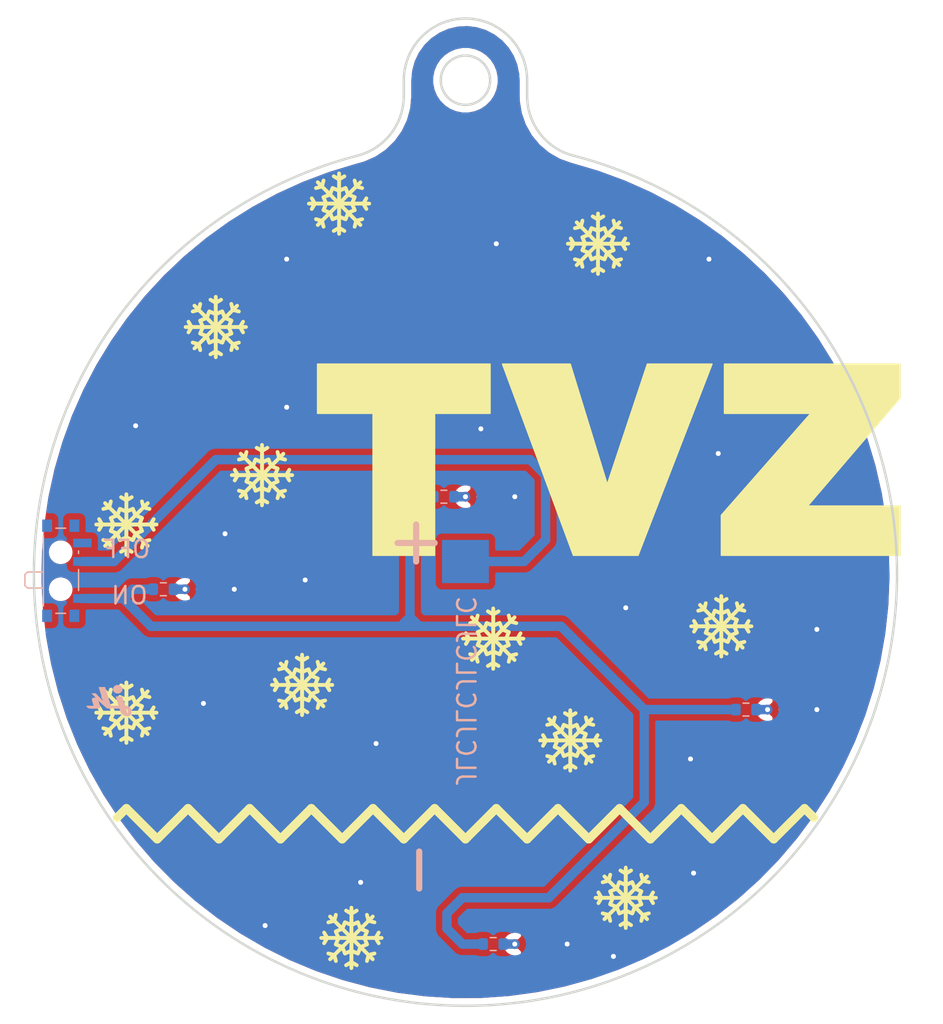
<source format=kicad_pcb>
(kicad_pcb (version 20171130) (host pcbnew "(5.1.10)-1")
  (layers (0 F.Cu signal) (31 B.Cu signal) (34 B.Paste user) (35 F.Paste user) (36 B.SilkS user) (37 F.SilkS user) (38 B.Mask user) (39 F.Mask user) (44 Edge.Cuts user))
  (net 0 "")
  (net 1 "Net-(SW1-Pad3)")
  (net 2 VCC)
  (net 3 GND)
  (net 4 "Net-(D6-Pad1)")
  (net 5 "Net-(D8-Pad1)")
  (net 6 "Net-(D12-Pad1)")
  (net 7 "Net-(R1-Pad1)")
  (net 8 "Net-(D7-Pad1)")
  (module TVZ_kuglica:logo (layer B.Cu) (at 108.05 110.2 180)
    (fp_text reference G*** hide)
    (fp_text value LOGO hide)
  )
  (module TVZ_kuglica:ukras1 (layer F.Cu) (at 116.75 80)
    (fp_text reference G*** hide)
    (fp_text value LOGO hide)
  )
  (module TVZ_kuglica:ukras2 (layer F.Cu) (at 144.25 78.75)
    (fp_text reference G*** hide)
    (fp_text value LOGO hide)
  )
  (module TVZ_kuglica:ukras1 (layer F.Cu) (at 150 126.25)
    (fp_text reference G*** hide)
    (fp_text value LOGO hide)
  )
  (module TVZ_kuglica:ukras1 (layer F.Cu) (at 127.75 129.5)
    (fp_text reference G*** hide)
    (fp_text value LOGO hide)
  )
  (module TVZ_kuglica:ukras1 (layer F.Cu) (at 147.75 73.25)
    (fp_text reference G*** hide)
    (fp_text value LOGO hide)
  )
  (module TVZ_kuglica:ukras3 (layer F.Cu) (at 137 68.75)
    (fp_text reference G*** hide)
    (fp_text value LOGO hide)
  )
  (module TVZ_kuglica:ukras1 (layer F.Cu) (at 145.5 113.5)
    (fp_text reference G*** hide)
    (fp_text value LOGO hide)
  )
  (module TVZ_kuglica:ukras1 (layer F.Cu) (at 157.75 104.25)
    (fp_text reference G*** hide)
    (fp_text value LOGO hide)
  )
  (module TVZ_kuglica:ukras1 (layer F.Cu) (at 139.25 105.25)
    (fp_text reference G*** hide)
    (fp_text value LOGO hide)
  )
  (module TVZ_kuglica:ukras1 (layer F.Cu) (at 123.75 109)
    (fp_text reference G*** hide)
    (fp_text value LOGO hide)
  )
  (module TVZ_kuglica:ukras1 (layer F.Cu) (at 109.5 111.25)
    (fp_text reference G*** hide)
    (fp_text value LOGO hide)
  )
  (module TVZ_kuglica:ukras1 (layer F.Cu) (at 120.5 92)
    (fp_text reference G*** hide)
    (fp_text value LOGO hide)
  )
  (module TVZ_kuglica:ukras1 (layer F.Cu) (at 109.5 96)
    (fp_text reference G*** hide)
    (fp_text value LOGO hide)
  )
  (module TVZ_kuglica:ukras1 (layer F.Cu) (at 126.75 70)
    (fp_text reference G*** hide)
    (fp_text value LOGO hide)
  )
  (module Button_Switch_SMD:SW_SPDT_PCM12 (layer B.Cu) (at 104.5 99.75 90)
    (fp_text reference SW1 hide)
    (fp_text value SW_SPDT)
    (pad "" np_thru_hole circle (at -1.5 -0.33 90) (size 0.9 0.9) (drill 0.9) (layers *.Cu *.Mask))
    (pad "" np_thru_hole circle (at 1.5 -0.33 90) (size 0.9 0.9) (drill 0.9) (layers *.Cu *.Mask))
    (pad 1 smd rect (at -2.25 1.43 90) (size 0.7 1.5) (layers B.Cu B.Paste B.Mask) (net 7 "Net-(R1-Pad1)"))
    (pad 2 smd rect (at 0.75 1.43 90) (size 0.7 1.5) (layers B.Cu B.Paste B.Mask) (net 2 VCC))
    (pad 3 smd rect (at 2.25 1.43 90) (size 0.7 1.5) (layers B.Cu B.Paste B.Mask) (net 1 "Net-(SW1-Pad3)"))
    (pad "" smd rect (at -3.65 -1.43 90) (size 1 0.8) (layers B.Cu B.Paste B.Mask))
    (pad "" smd rect (at 3.65 -1.43 90) (size 1 0.8) (layers B.Cu B.Paste B.Mask))
    (pad "" smd rect (at 3.65 0.78 90) (size 1 0.8) (layers B.Cu B.Paste B.Mask))
    (pad "" smd rect (at -3.65 0.78 90) (size 1 0.8) (layers B.Cu B.Paste B.Mask))
  )
  (module TVZ_kuglica:LED-0807 (layer F.Cu) (at 116.25 101.25)
    (fp_text reference D6 hide)
    (fp_text value RGB)
    (pad 2 smd rect (at 1.05 0.625) (size 1.1 0.75) (layers F.Cu F.Paste F.Mask) (net 3 GND))
    (pad 1 smd rect (at -1.05 0.625) (size 1.1 0.75) (layers F.Cu F.Paste F.Mask) (net 4 "Net-(D6-Pad1)"))
    (pad 2 smd rect (at 1.05 -0.625) (size 1.1 0.75) (layers F.Cu F.Paste F.Mask) (net 3 GND))
    (pad 1 smd rect (at -1.05 -0.625) (size 1.1 0.75) (layers F.Cu F.Paste F.Mask) (net 4 "Net-(D6-Pad1)"))
  )
  (module TVZ_kuglica:LED-0807 (layer F.Cu) (at 163.5 111)
    (fp_text reference D8 hide)
    (fp_text value RGB)
    (pad 2 smd rect (at 1.05 0.625) (size 1.1 0.75) (layers F.Cu F.Paste F.Mask) (net 3 GND))
    (pad 1 smd rect (at -1.05 0.625) (size 1.1 0.75) (layers F.Cu F.Paste F.Mask) (net 5 "Net-(D8-Pad1)"))
    (pad 2 smd rect (at 1.05 -0.625) (size 1.1 0.75) (layers F.Cu F.Paste F.Mask) (net 3 GND))
    (pad 1 smd rect (at -1.05 -0.625) (size 1.1 0.75) (layers F.Cu F.Paste F.Mask) (net 5 "Net-(D8-Pad1)"))
  )
  (module TVZ_kuglica:LED-0807 (layer F.Cu) (at 139 93.75)
    (fp_text reference D12 hide)
    (fp_text value RGB)
    (pad 1 smd rect (at -1.05 -0.625) (size 1.1 0.75) (layers F.Cu F.Paste F.Mask) (net 6 "Net-(D12-Pad1)"))
    (pad 2 smd rect (at 1.05 -0.625) (size 1.1 0.75) (layers F.Cu F.Paste F.Mask) (net 3 GND))
    (pad 1 smd rect (at -1.05 0.625) (size 1.1 0.75) (layers F.Cu F.Paste F.Mask) (net 6 "Net-(D12-Pad1)"))
    (pad 2 smd rect (at 1.05 0.625) (size 1.1 0.75) (layers F.Cu F.Paste F.Mask) (net 3 GND))
  )
  (module TVZ_kuglica:MYOUNG_BS-08-B2AA016 (layer B.Cu) (at 137 112 270)
    (fp_text reference BT1 hide)
    (fp_text value 2xAAA)
    (pad 1 smd rect (at -13 0 270) (size 3.5 3.8) (layers B.Cu B.Paste B.Mask) (net 2 VCC))
    (pad 2 smd rect (at 9.5 0 270) (size 5.7 2.8) (layers B.Cu B.Paste B.Mask) (net 3 GND))
  )
  (module Resistor_SMD:R_0603_1608Metric (layer B.Cu) (at 112.5 101.25)
    (fp_text reference R1 hide)
    (fp_text value 2k)
    (pad 1 smd roundrect (at -0.825 0) (size 0.8 0.95) (layers B.Cu B.Paste B.Mask) (net 7 "Net-(R1-Pad1)"))
    (pad 2 smd roundrect (at 0.825 0) (size 0.8 0.95) (layers B.Cu B.Paste B.Mask) (net 4 "Net-(D6-Pad1)"))
  )
  (module Resistor_SMD:R_0603_1608Metric (layer B.Cu) (at 159.75 111)
    (fp_text reference R2 hide)
    (fp_text value 2k)
    (pad 2 smd roundrect (at 0.825 0) (size 0.8 0.95) (layers B.Cu B.Paste B.Mask) (net 5 "Net-(D8-Pad1)"))
    (pad 1 smd roundrect (at -0.825 0) (size 0.8 0.95) (layers B.Cu B.Paste B.Mask) (net 7 "Net-(R1-Pad1)"))
  )
  (module Resistor_SMD:R_0603_1608Metric (layer B.Cu) (at 135.25 93.75)
    (fp_text reference R3 hide)
    (fp_text value 2k)
    (pad 1 smd roundrect (at -0.825 0) (size 0.8 0.95) (layers B.Cu B.Paste B.Mask) (net 7 "Net-(R1-Pad1)"))
    (pad 2 smd roundrect (at 0.825 0) (size 0.8 0.95) (layers B.Cu B.Paste B.Mask) (net 6 "Net-(D12-Pad1)"))
  )
  (module TVZ_kuglica:LED-0807 (layer F.Cu) (at 143.1 130)
    (fp_text reference D7 hide)
    (fp_text value RGB)
    (pad 1 smd rect (at -1.05 -0.625) (size 1.1 0.75) (layers F.Cu F.Paste F.Mask) (net 8 "Net-(D7-Pad1)"))
    (pad 2 smd rect (at 1.05 -0.625) (size 1.1 0.75) (layers F.Cu F.Paste F.Mask) (net 3 GND))
    (pad 1 smd rect (at -1.05 0.625) (size 1.1 0.75) (layers F.Cu F.Paste F.Mask) (net 8 "Net-(D7-Pad1)"))
    (pad 2 smd rect (at 1.05 0.625) (size 1.1 0.75) (layers F.Cu F.Paste F.Mask) (net 3 GND))
  )
  (module Resistor_SMD:R_0603_1608Metric (layer B.Cu) (at 139.25 130)
    (fp_text reference R4 hide)
    (fp_text value 2k)
    (pad 1 smd roundrect (at -0.825 0) (size 0.8 0.95) (layers B.Cu B.Paste B.Mask) (net 7 "Net-(R1-Pad1)"))
    (pad 2 smd roundrect (at 0.825 0) (size 0.8 0.95) (layers B.Cu B.Paste B.Mask) (net 8 "Net-(D7-Pad1)"))
  )
  (gr_line (start 157 121.5) (end 154.5 119) (layer F.SilkS) (width 0.7))
  (gr_line (start 122 121.5) (end 119.5 119) (layer F.SilkS) (width 0.7))
  (gr_line (start 117 121.5) (end 114.5 119) (layer F.SilkS) (width 0.7))
  (gr_line (start 129.5 119) (end 127 121.5) (layer F.SilkS) (width 0.7))
  (gr_line (start 137 121.5) (end 134.5 119) (layer F.SilkS) (width 0.7))
  (gr_line (start 112 121.5) (end 109.5 119) (layer F.SilkS) (width 0.7))
  (gr_line (start 139.5 119) (end 137 121.5) (layer F.SilkS) (width 0.7))
  (gr_line (start 134.5 119) (end 132 121.5) (layer F.SilkS) (width 0.7))
  (gr_line (start 152 121.5) (end 149.5 119) (layer F.SilkS) (width 0.7))
  (gr_line (start 109.5 119) (end 108.75 119.75) (layer F.SilkS) (width 0.7))
  (gr_line (start 147 121.5) (end 144.5 119) (layer F.SilkS) (width 0.7))
  (gr_line (start 154.5 119) (end 152 121.5) (layer F.SilkS) (width 0.7))
  (gr_line (start 165.25 119.75) (end 164.5 119) (layer F.SilkS) (width 0.7))
  (gr_line (start 127 121.5) (end 124.5 119) (layer F.SilkS) (width 0.7))
  (gr_line (start 162 121.5) (end 159.5 119) (layer F.SilkS) (width 0.7))
  (gr_line (start 114.5 119) (end 112 121.5) (layer F.SilkS) (width 0.7))
  (gr_line (start 159.5 119) (end 157 121.5) (layer F.SilkS) (width 0.7))
  (gr_line (start 149.5 119) (end 147 121.5) (layer F.SilkS) (width 0.7))
  (gr_line (start 119.5 119) (end 117 121.5) (layer F.SilkS) (width 0.7))
  (gr_line (start 142 121.5) (end 139.5 119) (layer F.SilkS) (width 0.7))
  (gr_line (start 124.5 119) (end 122 121.5) (layer F.SilkS) (width 0.7))
  (gr_line (start 144.5 119) (end 142 121.5) (layer F.SilkS) (width 0.7))
  (gr_line (start 132 121.5) (end 129.5 119) (layer F.SilkS) (width 0.7))
  (gr_line (start 164.5 119) (end 162 121.5) (layer F.SilkS) (width 0.7))
  (gr_poly (pts (xy 172.25 85.75) (xy 164.75 94.5) (xy 172.25 94.5) (xy 172.25 98.5) (xy 157.75 98.5) (xy 157.75 95.25) (xy 165 87) (xy 158 87) (xy 158 83) (xy 172.25 83)) (layer F.SilkS) (width 0.1))
  (gr_poly (pts (xy 148.5 92.75) (xy 151.75 83) (xy 157 83) (xy 151 98.5) (xy 145.75 98.5) (xy 140 83) (xy 145.5 83)) (layer F.SilkS) (width 0.1))
  (gr_poly (pts (xy 139 87) (xy 134.5 87) (xy 134.5 98.5) (xy 129.5 98.5) (xy 129.5 87) (xy 125 87) (xy 125 86.753839) (xy 125 86) (xy 125 85.25) (xy 125 84.5) (xy 125 83) (xy 128.5 83) (xy 129.25 83) (xy 129.94 83) (xy 130.25 83) (xy 130.54 83) (xy 130.75 83) (xy 139 83)) (layer F.SilkS) (width 0.1))
  (gr_line (start 132 61.270167) (end 132 60) (layer Edge.Cuts) (width 0.2))
  (gr_arc (start 147 61.270167) (end 142 61.270167) (angle -75.52248781) (layer Edge.Cuts) (width 0.2))
  (gr_arc (start 137 60) (end 142 60) (angle -180) (layer Edge.Cuts) (width 0.2))
  (gr_arc (start 137 100) (end 128.249999 66.111396) (angle -331.0449756) (layer Edge.Cuts) (width 0.2))
  (gr_arc (start 126.999999 61.270167) (end 128.249999 66.111396) (angle -75.52248781) (layer Edge.Cuts) (width 0.2))
  (gr_line (start 142 60) (end 142 61.270167) (layer Edge.Cuts) (width 0.2))
  (gr_text ON (at 109.75 101.75) (layer B.SilkS) (effects (font (size 1.4 1.4) (thickness 0.2)) (justify mirror)))
  (gr_text OFF (at 109.5 98) (layer B.SilkS) (effects (font (size 1.4 1.4) (thickness 0.2)) (justify mirror)))
  (gr_text JLCJLCJLCJLC (at 137 109.5 270) (layer B.SilkS) (effects (font (size 1.5 1.5) (thickness 0.2)) (justify mirror)))
  (gr_circle (center 137 60) (end 139 60) (layer Edge.Cuts) (width 0.2))
  (segment (start 137 99) (end 141.75 99) (width 0.762) (layer B.Cu) (net 2))
  (segment (start 141.75 99) (end 143.5 97.25) (width 0.762) (layer B.Cu) (net 2))
  (segment (start 143.5 97.25) (end 143.5 92) (width 0.762) (layer B.Cu) (net 2))
  (segment (start 143.5 92) (end 142.25 90.75) (width 0.762) (layer B.Cu) (net 2))
  (segment (start 142.25 90.75) (end 116.75 90.75) (width 0.762) (layer B.Cu) (net 2))
  (segment (start 108.5 99) (end 105.93 99) (width 0.762) (layer B.Cu) (net 2))
  (segment (start 116.75 90.75) (end 108.5 99) (width 0.762) (layer B.Cu) (net 2))
  (via (at 156.75 74.5) (size 0.8) (drill 0.4) (layers F.Cu B.Cu) (net 3))
  (via (at 157.5 90.25) (size 0.8) (drill 0.4) (layers F.Cu B.Cu) (net 3))
  (via (at 138.25 88.25) (size 0.8) (drill 0.4) (layers F.Cu B.Cu) (net 3))
  (via (at 139.5 73.25) (size 0.8) (drill 0.4) (layers F.Cu B.Cu) (net 3))
  (via (at 122.5 74.5) (size 0.8) (drill 0.4) (layers F.Cu B.Cu) (net 3))
  (via (at 122.5 86.5) (size 0.8) (drill 0.4) (layers F.Cu B.Cu) (net 3))
  (via (at 110.25 88) (size 0.8) (drill 0.4) (layers F.Cu B.Cu) (net 3))
  (via (at 117.5 96.75) (size 0.8) (drill 0.4) (layers F.Cu B.Cu) (net 3))
  (via (at 124 100.5) (size 0.8) (drill 0.4) (layers F.Cu B.Cu) (net 3))
  (via (at 115.75 110.5) (size 0.8) (drill 0.4) (layers F.Cu B.Cu) (net 3))
  (via (at 129.75 113.75) (size 0.8) (drill 0.4) (layers F.Cu B.Cu) (net 3))
  (via (at 150 102.75) (size 0.8) (drill 0.4) (layers F.Cu B.Cu) (net 3))
  (via (at 155.25 115) (size 0.8) (drill 0.4) (layers F.Cu B.Cu) (net 3))
  (via (at 165.5 104.5) (size 0.8) (drill 0.4) (layers F.Cu B.Cu) (net 3))
  (via (at 155.5 124.25) (size 0.8) (drill 0.4) (layers F.Cu B.Cu) (net 3))
  (via (at 149 131) (size 0.8) (drill 0.4) (layers F.Cu B.Cu) (net 3))
  (via (at 128.5 125) (size 0.8) (drill 0.4) (layers F.Cu B.Cu) (net 3))
  (via (at 120.75 128.5) (size 0.8) (drill 0.4) (layers F.Cu B.Cu) (net 3))
  (via (at 165.5 111) (size 0.8) (drill 0.4) (layers F.Cu B.Cu) (net 3))
  (via (at 145.25 130) (size 0.8) (drill 0.4) (layers F.Cu B.Cu) (net 3))
  (via (at 141 93.75) (size 0.8) (drill 0.4) (layers F.Cu B.Cu) (net 3))
  (via (at 118.25 101.25) (size 0.8) (drill 0.4) (layers F.Cu B.Cu) (net 3))
  (via (at 114.25 101.25) (size 0.8) (drill 0.4) (layers F.Cu B.Cu) (net 4))
  (segment (start 113.325 101.25) (end 114.25 101.25) (width 0.762) (layer B.Cu) (net 4))
  (segment (start 114.575 101.25) (end 115.2 100.625) (width 0.762) (layer F.Cu) (net 4))
  (segment (start 114.575 101.25) (end 115.2 101.875) (width 0.762) (layer F.Cu) (net 4))
  (segment (start 114.25 101.25) (end 114.575 101.25) (width 0.762) (layer F.Cu) (net 4))
  (via (at 161.5 111) (size 0.8) (drill 0.4) (layers F.Cu B.Cu) (net 5))
  (segment (start 160.575 111) (end 161.5 111) (width 0.762) (layer B.Cu) (net 5))
  (segment (start 161.825 111) (end 162.45 110.375) (width 0.762) (layer F.Cu) (net 5))
  (segment (start 161.825 111) (end 162.45 111.625) (width 0.762) (layer F.Cu) (net 5))
  (segment (start 161.5 111) (end 161.825 111) (width 0.762) (layer F.Cu) (net 5))
  (via (at 137 93.75) (size 0.8) (drill 0.4) (layers F.Cu B.Cu) (net 6))
  (segment (start 136.075 93.75) (end 137 93.75) (width 0.762) (layer B.Cu) (net 6))
  (segment (start 137.325 93.75) (end 137.95 93.125) (width 0.762) (layer F.Cu) (net 6))
  (segment (start 137.325 93.75) (end 137.95 94.375) (width 0.762) (layer F.Cu) (net 6))
  (segment (start 137 93.75) (end 137.325 93.75) (width 0.762) (layer F.Cu) (net 6))
  (segment (start 105.93 102) (end 109.25 102) (width 0.762) (layer B.Cu) (net 7))
  (segment (start 110 101.25) (end 111.675 101.25) (width 0.762) (layer B.Cu) (net 7))
  (segment (start 109.25 102) (end 110 101.25) (width 0.762) (layer B.Cu) (net 7))
  (segment (start 151.5 111) (end 158.925 111) (width 0.762) (layer B.Cu) (net 7))
  (segment (start 144.75 104.25) (end 151.5 111) (width 0.762) (layer B.Cu) (net 7))
  (segment (start 109.25 102) (end 111.5 104.25) (width 0.762) (layer B.Cu) (net 7))
  (segment (start 134.425 93.75) (end 133.25 93.75) (width 0.762) (layer B.Cu) (net 7))
  (segment (start 133.25 93.75) (end 132.5 94.5) (width 0.762) (layer B.Cu) (net 7))
  (segment (start 132.5 103.5) (end 131.75 104.25) (width 0.762) (layer B.Cu) (net 7))
  (segment (start 111.5 104.25) (end 131.75 104.25) (width 0.762) (layer B.Cu) (net 7))
  (segment (start 131.75 104.25) (end 132.5 104.25) (width 0.762) (layer B.Cu) (net 7))
  (segment (start 132.5 94.5) (end 132.5 103.5) (width 0.762) (layer B.Cu) (net 7))
  (segment (start 132.5 103.5) (end 132.5 104.25) (width 0.762) (layer B.Cu) (net 7))
  (segment (start 133.25 104.25) (end 144.75 104.25) (width 0.762) (layer B.Cu) (net 7))
  (segment (start 132.5 103.5) (end 133.25 104.25) (width 0.762) (layer B.Cu) (net 7))
  (segment (start 132.5 104.25) (end 133.25 104.25) (width 0.762) (layer B.Cu) (net 7))
  (segment (start 138.425 130) (end 136.75 130) (width 0.762) (layer B.Cu) (net 7))
  (segment (start 136.75 130) (end 135.5 128.75) (width 0.762) (layer B.Cu) (net 7))
  (segment (start 135.5 128.75) (end 135.5 127.5) (width 0.762) (layer B.Cu) (net 7))
  (segment (start 135.5 127.5) (end 136.75 126.25) (width 0.762) (layer B.Cu) (net 7))
  (segment (start 136.75 126.25) (end 143.75 126.25) (width 0.762) (layer B.Cu) (net 7))
  (segment (start 151.5 118.5) (end 151.5 111) (width 0.762) (layer B.Cu) (net 7))
  (segment (start 143.75 126.25) (end 151.5 118.5) (width 0.762) (layer B.Cu) (net 7))
  (via (at 141 130) (size 0.8) (drill 0.4) (layers F.Cu B.Cu) (net 8))
  (segment (start 140.075 130) (end 141 130) (width 0.762) (layer B.Cu) (net 8))
  (segment (start 141.425 130) (end 142.05 129.375) (width 0.762) (layer F.Cu) (net 8))
  (segment (start 141.425 130) (end 142.05 130.625) (width 0.762) (layer F.Cu) (net 8))
  (segment (start 141 130) (end 141.425 130) (width 0.762) (layer F.Cu) (net 8))
  (zone (net 3) (net_name GND) (layer F.Cu) (connect_pads (clearance 0.508)) (min_thickness 0.254) (fill yes (arc_segments 32) (thermal_gap 0.508) (thermal_bridge_width 0.508))
    (polygon (pts (xy 175.75 53.5) (xy 175.75 136.5) (xy 99.25 136.5) (xy 99.25 53.75)))
  )
  (zone (net 3) (net_name GND) (layer B.Cu) (connect_pads yes (clearance 0.508)) (min_thickness 0.254) (fill yes (arc_segments 32) (thermal_gap 0.508) (thermal_bridge_width 0.508))
    (polygon (pts (xy 175.75 53.5) (xy 175.75 136.5) (xy 99.25 136.5) (xy 99.25 53.75)))
  )
)
</source>
